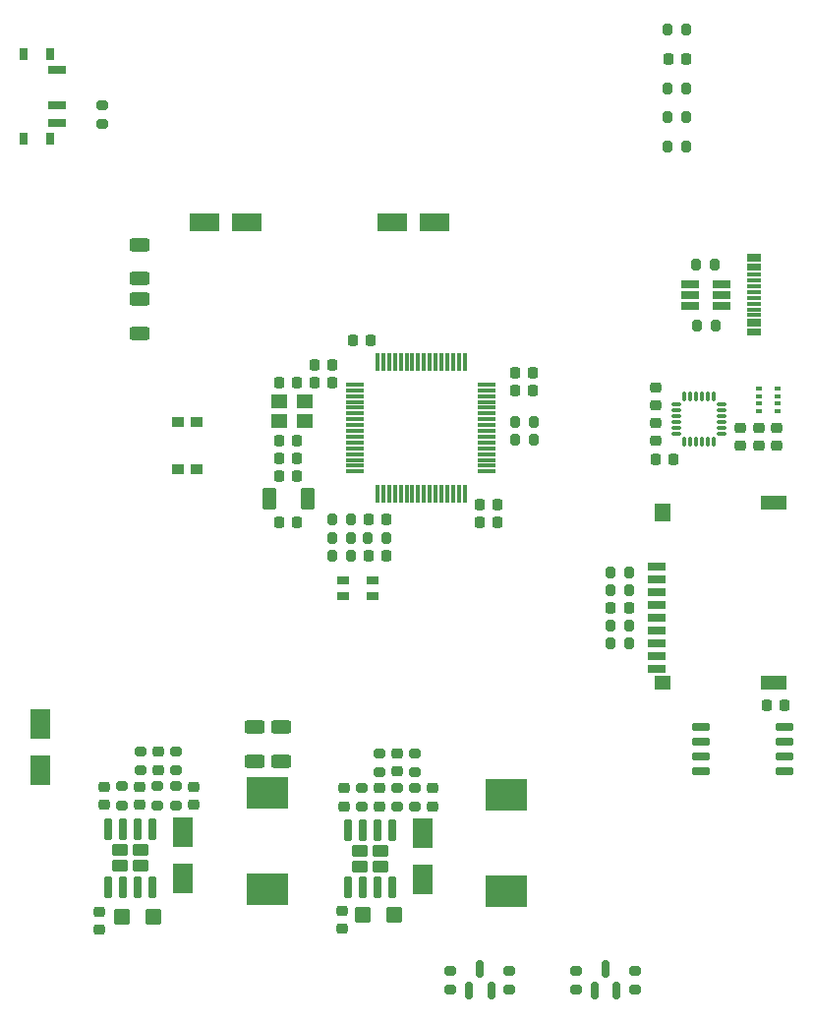
<source format=gtp>
%TF.GenerationSoftware,KiCad,Pcbnew,(6.0.7)*%
%TF.CreationDate,2023-03-12T18:49:50+01:00*%
%TF.ProjectId,Amon_board,416d6f6e-5f62-46f6-9172-642e6b696361,2.2*%
%TF.SameCoordinates,Original*%
%TF.FileFunction,Paste,Top*%
%TF.FilePolarity,Positive*%
%FSLAX46Y46*%
G04 Gerber Fmt 4.6, Leading zero omitted, Abs format (unit mm)*
G04 Created by KiCad (PCBNEW (6.0.7)) date 2023-03-12 18:49:50*
%MOMM*%
%LPD*%
G01*
G04 APERTURE LIST*
G04 Aperture macros list*
%AMRoundRect*
0 Rectangle with rounded corners*
0 $1 Rounding radius*
0 $2 $3 $4 $5 $6 $7 $8 $9 X,Y pos of 4 corners*
0 Add a 4 corners polygon primitive as box body*
4,1,4,$2,$3,$4,$5,$6,$7,$8,$9,$2,$3,0*
0 Add four circle primitives for the rounded corners*
1,1,$1+$1,$2,$3*
1,1,$1+$1,$4,$5*
1,1,$1+$1,$6,$7*
1,1,$1+$1,$8,$9*
0 Add four rect primitives between the rounded corners*
20,1,$1+$1,$2,$3,$4,$5,0*
20,1,$1+$1,$4,$5,$6,$7,0*
20,1,$1+$1,$6,$7,$8,$9,0*
20,1,$1+$1,$8,$9,$2,$3,0*%
G04 Aperture macros list end*
%ADD10RoundRect,0.200000X0.200000X0.275000X-0.200000X0.275000X-0.200000X-0.275000X0.200000X-0.275000X0*%
%ADD11RoundRect,0.225000X-0.225000X-0.250000X0.225000X-0.250000X0.225000X0.250000X-0.225000X0.250000X0*%
%ADD12RoundRect,0.200000X0.275000X-0.200000X0.275000X0.200000X-0.275000X0.200000X-0.275000X-0.200000X0*%
%ADD13RoundRect,0.250000X0.625000X-0.312500X0.625000X0.312500X-0.625000X0.312500X-0.625000X-0.312500X0*%
%ADD14RoundRect,0.200000X-0.275000X0.200000X-0.275000X-0.200000X0.275000X-0.200000X0.275000X0.200000X0*%
%ADD15R,3.600000X2.700000*%
%ADD16RoundRect,0.225000X0.225000X0.250000X-0.225000X0.250000X-0.225000X-0.250000X0.225000X-0.250000X0*%
%ADD17RoundRect,0.225000X0.250000X-0.225000X0.250000X0.225000X-0.250000X0.225000X-0.250000X-0.225000X0*%
%ADD18R,1.800000X2.500000*%
%ADD19RoundRect,0.225000X-0.250000X0.225000X-0.250000X-0.225000X0.250000X-0.225000X0.250000X0.225000X0*%
%ADD20RoundRect,0.150000X-0.650000X-0.150000X0.650000X-0.150000X0.650000X0.150000X-0.650000X0.150000X0*%
%ADD21R,0.500000X0.350000*%
%ADD22RoundRect,0.200000X-0.200000X-0.275000X0.200000X-0.275000X0.200000X0.275000X-0.200000X0.275000X0*%
%ADD23RoundRect,0.250000X-0.450000X-0.425000X0.450000X-0.425000X0.450000X0.425000X-0.450000X0.425000X0*%
%ADD24R,1.150000X0.300000*%
%ADD25R,1.560000X0.650000*%
%ADD26R,1.600000X0.700000*%
%ADD27R,1.400000X1.200000*%
%ADD28R,1.400000X1.600000*%
%ADD29R,2.200000X1.200000*%
%ADD30R,1.000000X0.900000*%
%ADD31RoundRect,0.250000X0.455000X-0.280000X0.455000X0.280000X-0.455000X0.280000X-0.455000X-0.280000X0*%
%ADD32RoundRect,0.150000X0.150000X-0.820000X0.150000X0.820000X-0.150000X0.820000X-0.150000X-0.820000X0*%
%ADD33RoundRect,0.250000X0.362500X0.700000X-0.362500X0.700000X-0.362500X-0.700000X0.362500X-0.700000X0*%
%ADD34R,0.800000X1.000000*%
%ADD35R,1.500000X0.700000*%
%ADD36RoundRect,0.250000X-1.050000X-0.550000X1.050000X-0.550000X1.050000X0.550000X-1.050000X0.550000X0*%
%ADD37RoundRect,0.218750X0.256250X-0.218750X0.256250X0.218750X-0.256250X0.218750X-0.256250X-0.218750X0*%
%ADD38RoundRect,0.250000X-0.625000X0.312500X-0.625000X-0.312500X0.625000X-0.312500X0.625000X0.312500X0*%
%ADD39R,1.000000X0.800000*%
%ADD40RoundRect,0.150000X0.150000X-0.587500X0.150000X0.587500X-0.150000X0.587500X-0.150000X-0.587500X0*%
%ADD41RoundRect,0.075000X-0.700000X-0.075000X0.700000X-0.075000X0.700000X0.075000X-0.700000X0.075000X0*%
%ADD42RoundRect,0.075000X-0.075000X-0.700000X0.075000X-0.700000X0.075000X0.700000X-0.075000X0.700000X0*%
%ADD43RoundRect,0.075000X-0.075000X0.350000X-0.075000X-0.350000X0.075000X-0.350000X0.075000X0.350000X0*%
%ADD44RoundRect,0.075000X-0.350000X-0.075000X0.350000X-0.075000X0.350000X0.075000X-0.350000X0.075000X0*%
%ADD45RoundRect,0.218750X-0.218750X-0.256250X0.218750X-0.256250X0.218750X0.256250X-0.218750X0.256250X0*%
G04 APERTURE END LIST*
D10*
X212915000Y-63360300D03*
X211265000Y-63360300D03*
D11*
X211315000Y-58305700D03*
X212865000Y-58305700D03*
D12*
X203403200Y-138442200D03*
X203403200Y-136792200D03*
D10*
X212915000Y-55778400D03*
X211265000Y-55778400D03*
D13*
X177952400Y-118749000D03*
X177952400Y-115824000D03*
D10*
X184009800Y-97993200D03*
X182359800Y-97993200D03*
D14*
X184912000Y-121044200D03*
X184912000Y-122694200D03*
D15*
X197408800Y-129930800D03*
X197408800Y-121630800D03*
D12*
X168893000Y-122592600D03*
X168893000Y-120942600D03*
X189484000Y-122694200D03*
X189484000Y-121044200D03*
D16*
X211798200Y-92760800D03*
X210248200Y-92760800D03*
D17*
X162774600Y-122542600D03*
X162774600Y-120992600D03*
D10*
X212915000Y-60833000D03*
X211265000Y-60833000D03*
D18*
X169531000Y-128898400D03*
X169531000Y-124898400D03*
D13*
X165760400Y-81929700D03*
X165760400Y-79004700D03*
D19*
X210261200Y-86601000D03*
X210261200Y-88151000D03*
D20*
X214128800Y-115849400D03*
X214128800Y-117119400D03*
X214128800Y-118389400D03*
X214128800Y-119659400D03*
X221328800Y-119659400D03*
X221328800Y-118389400D03*
X221328800Y-117119400D03*
X221328800Y-115849400D03*
D10*
X215435200Y-81280000D03*
X213785200Y-81280000D03*
D17*
X183388000Y-122644200D03*
X183388000Y-121094200D03*
D21*
X219113200Y-88655800D03*
X219113200Y-88005800D03*
X219113200Y-87355800D03*
X219113200Y-86705800D03*
X220713200Y-86705800D03*
X220713200Y-87355800D03*
X220713200Y-88005800D03*
X220713200Y-88655800D03*
D12*
X192582800Y-138442200D03*
X192582800Y-136792200D03*
D14*
X197662800Y-136792200D03*
X197662800Y-138442200D03*
X162610800Y-62307200D03*
X162610800Y-63957200D03*
D22*
X206349600Y-108661200D03*
X207999600Y-108661200D03*
D23*
X185035200Y-132029200D03*
X187735200Y-132029200D03*
D10*
X184009800Y-99568000D03*
X182359800Y-99568000D03*
D12*
X189484000Y-119717000D03*
X189484000Y-118067000D03*
D16*
X179376300Y-94234000D03*
X177826300Y-94234000D03*
X182435800Y-86156800D03*
X180885800Y-86156800D03*
D23*
X164269400Y-132130800D03*
X166969400Y-132130800D03*
D24*
X218712600Y-81988400D03*
X218712600Y-81188400D03*
X218712600Y-79888400D03*
X218712600Y-78888400D03*
X218712600Y-78388400D03*
X218712600Y-77388400D03*
X218712600Y-76088400D03*
X218712600Y-75288400D03*
X218712600Y-75588400D03*
X218712600Y-76388400D03*
X218712600Y-76888400D03*
X218712600Y-77888400D03*
X218712600Y-79388400D03*
X218712600Y-80388400D03*
X218712600Y-80888400D03*
X218712600Y-81688400D03*
D16*
X179376300Y-92710000D03*
X177826300Y-92710000D03*
X179376300Y-91186000D03*
X177826300Y-91186000D03*
D18*
X190195200Y-128949200D03*
X190195200Y-124949200D03*
D11*
X219798600Y-113995200D03*
X221348600Y-113995200D03*
D25*
X215909400Y-79588400D03*
X215909400Y-78638400D03*
X215909400Y-77688400D03*
X213209400Y-77688400D03*
X213209400Y-78638400D03*
X213209400Y-79588400D03*
D10*
X199757800Y-89560400D03*
X198107800Y-89560400D03*
D17*
X170422600Y-122542600D03*
X170422600Y-120992600D03*
D26*
X210321200Y-101991600D03*
X210321200Y-103091600D03*
X210321200Y-104191600D03*
X210321200Y-105291600D03*
X210321200Y-106391600D03*
X210321200Y-107491600D03*
X210321200Y-108591600D03*
X210321200Y-109691600D03*
X210321200Y-110791600D03*
D27*
X210821200Y-111991600D03*
D28*
X210821200Y-97391600D03*
D29*
X220421200Y-111991600D03*
X220421200Y-96491600D03*
D17*
X191008000Y-122644200D03*
X191008000Y-121094200D03*
D16*
X185737800Y-82550000D03*
X184187800Y-82550000D03*
D19*
X210261200Y-89649000D03*
X210261200Y-91199000D03*
D17*
X219100400Y-91605400D03*
X219100400Y-90055400D03*
D22*
X185438600Y-99568000D03*
X187088600Y-99568000D03*
D10*
X215333600Y-75996800D03*
X213683600Y-75996800D03*
D22*
X206337400Y-107086400D03*
X207987400Y-107086400D03*
D14*
X208483200Y-136792200D03*
X208483200Y-138442200D03*
X167363400Y-120942600D03*
X167363400Y-122592600D03*
D30*
X170726000Y-89542400D03*
X170726000Y-93642400D03*
X169126000Y-93642400D03*
X169126000Y-89542400D03*
D11*
X198157800Y-85344000D03*
X199707800Y-85344000D03*
D31*
X164123400Y-127756600D03*
X165873400Y-126446600D03*
X165873400Y-127756600D03*
X164123400Y-126446600D03*
D32*
X163093400Y-129581600D03*
X164363400Y-129581600D03*
X165633400Y-129581600D03*
X166903400Y-129581600D03*
X166903400Y-124621600D03*
X165633400Y-124621600D03*
X164363400Y-124621600D03*
X163093400Y-124621600D03*
D22*
X206337400Y-102514400D03*
X207987400Y-102514400D03*
D33*
X180263800Y-96215200D03*
X176938800Y-96215200D03*
D22*
X206337400Y-104038400D03*
X207987400Y-104038400D03*
D11*
X206375200Y-105562400D03*
X207925200Y-105562400D03*
D17*
X165833800Y-122542600D03*
X165833800Y-120992600D03*
D14*
X165850600Y-117900000D03*
X165850600Y-119550000D03*
X164304200Y-120942600D03*
X164304200Y-122592600D03*
X187960000Y-121044200D03*
X187960000Y-122694200D03*
D18*
X157276800Y-119570000D03*
X157276800Y-115570000D03*
D17*
X186436000Y-122644200D03*
X186436000Y-121094200D03*
D34*
X155846800Y-65207400D03*
X158056800Y-65207400D03*
X155846800Y-57907400D03*
X158056800Y-57907400D03*
D35*
X158706800Y-59307400D03*
X158706800Y-62307400D03*
X158706800Y-63807400D03*
D27*
X179998300Y-87807800D03*
X177798300Y-87807800D03*
X177798300Y-89507800D03*
X179998300Y-89507800D03*
D11*
X177837800Y-98196400D03*
X179387800Y-98196400D03*
D36*
X187590800Y-72428000D03*
X191190800Y-72428000D03*
D37*
X187960000Y-119659500D03*
X187960000Y-118084500D03*
D19*
X183235600Y-131660600D03*
X183235600Y-133210600D03*
D38*
X175666400Y-115824000D03*
X175666400Y-118749000D03*
D39*
X183357200Y-103186000D03*
X183357200Y-104586000D03*
X185857200Y-104586000D03*
X185857200Y-103186000D03*
D36*
X171414400Y-72377200D03*
X175014400Y-72377200D03*
D40*
X194172800Y-138554700D03*
X196072800Y-138554700D03*
X195122800Y-136679700D03*
D15*
X176834800Y-129829200D03*
X176834800Y-121529200D03*
D11*
X195059000Y-98247200D03*
X196609000Y-98247200D03*
D41*
X184367800Y-86343800D03*
X184367800Y-86843800D03*
X184367800Y-87343800D03*
X184367800Y-87843800D03*
X184367800Y-88343800D03*
X184367800Y-88843800D03*
X184367800Y-89343800D03*
X184367800Y-89843800D03*
X184367800Y-90343800D03*
X184367800Y-90843800D03*
X184367800Y-91343800D03*
X184367800Y-91843800D03*
X184367800Y-92343800D03*
X184367800Y-92843800D03*
X184367800Y-93343800D03*
X184367800Y-93843800D03*
D42*
X186292800Y-95768800D03*
X186792800Y-95768800D03*
X187292800Y-95768800D03*
X187792800Y-95768800D03*
X188292800Y-95768800D03*
X188792800Y-95768800D03*
X189292800Y-95768800D03*
X189792800Y-95768800D03*
X190292800Y-95768800D03*
X190792800Y-95768800D03*
X191292800Y-95768800D03*
X191792800Y-95768800D03*
X192292800Y-95768800D03*
X192792800Y-95768800D03*
X193292800Y-95768800D03*
X193792800Y-95768800D03*
D41*
X195717800Y-93843800D03*
X195717800Y-93343800D03*
X195717800Y-92843800D03*
X195717800Y-92343800D03*
X195717800Y-91843800D03*
X195717800Y-91343800D03*
X195717800Y-90843800D03*
X195717800Y-90343800D03*
X195717800Y-89843800D03*
X195717800Y-89343800D03*
X195717800Y-88843800D03*
X195717800Y-88343800D03*
X195717800Y-87843800D03*
X195717800Y-87343800D03*
X195717800Y-86843800D03*
X195717800Y-86343800D03*
D42*
X193792800Y-84418800D03*
X193292800Y-84418800D03*
X192792800Y-84418800D03*
X192292800Y-84418800D03*
X191792800Y-84418800D03*
X191292800Y-84418800D03*
X190792800Y-84418800D03*
X190292800Y-84418800D03*
X189792800Y-84418800D03*
X189292800Y-84418800D03*
X188792800Y-84418800D03*
X188292800Y-84418800D03*
X187792800Y-84418800D03*
X187292800Y-84418800D03*
X186792800Y-84418800D03*
X186292800Y-84418800D03*
D37*
X167374600Y-119512500D03*
X167374600Y-117937500D03*
D14*
X186436000Y-118067000D03*
X186436000Y-119717000D03*
D11*
X195059000Y-96723200D03*
X196609000Y-96723200D03*
D16*
X187058600Y-97993200D03*
X185508600Y-97993200D03*
D43*
X215219600Y-87356400D03*
X214719600Y-87356400D03*
X214219600Y-87356400D03*
X213719600Y-87356400D03*
X213219600Y-87356400D03*
X212719600Y-87356400D03*
D44*
X212019600Y-88056400D03*
X212019600Y-88556400D03*
X212019600Y-89056400D03*
X212019600Y-89556400D03*
X212019600Y-90056400D03*
X212019600Y-90556400D03*
D43*
X212719600Y-91256400D03*
X213219600Y-91256400D03*
X213719600Y-91256400D03*
X214219600Y-91256400D03*
X214719600Y-91256400D03*
X215219600Y-91256400D03*
D44*
X215919600Y-90556400D03*
X215919600Y-90056400D03*
X215919600Y-89556400D03*
X215919600Y-89056400D03*
X215919600Y-88556400D03*
X215919600Y-88056400D03*
D40*
X204993200Y-138554700D03*
X206893200Y-138554700D03*
X205943200Y-136679700D03*
D19*
X220624400Y-90055400D03*
X220624400Y-91605400D03*
D10*
X199757800Y-91135200D03*
X198107800Y-91135200D03*
D19*
X162368200Y-131711400D03*
X162368200Y-133261400D03*
D16*
X182435800Y-84632800D03*
X180885800Y-84632800D03*
D31*
X184799000Y-127807400D03*
X184799000Y-126497400D03*
X186549000Y-127807400D03*
X186549000Y-126497400D03*
D32*
X183769000Y-129632400D03*
X185039000Y-129632400D03*
X186309000Y-129632400D03*
X187579000Y-129632400D03*
X187579000Y-124672400D03*
X186309000Y-124672400D03*
X185039000Y-124672400D03*
X183769000Y-124672400D03*
D10*
X184009800Y-101092000D03*
X182359800Y-101092000D03*
D19*
X217525600Y-90055400D03*
X217525600Y-91605400D03*
D45*
X185496100Y-101092000D03*
X187071100Y-101092000D03*
D11*
X198157800Y-86868000D03*
X199707800Y-86868000D03*
D12*
X168898600Y-119562200D03*
X168898600Y-117912200D03*
D13*
X165760400Y-77256100D03*
X165760400Y-74331100D03*
D10*
X212915000Y-65887600D03*
X211265000Y-65887600D03*
D16*
X179376300Y-86156800D03*
X177826300Y-86156800D03*
M02*

</source>
